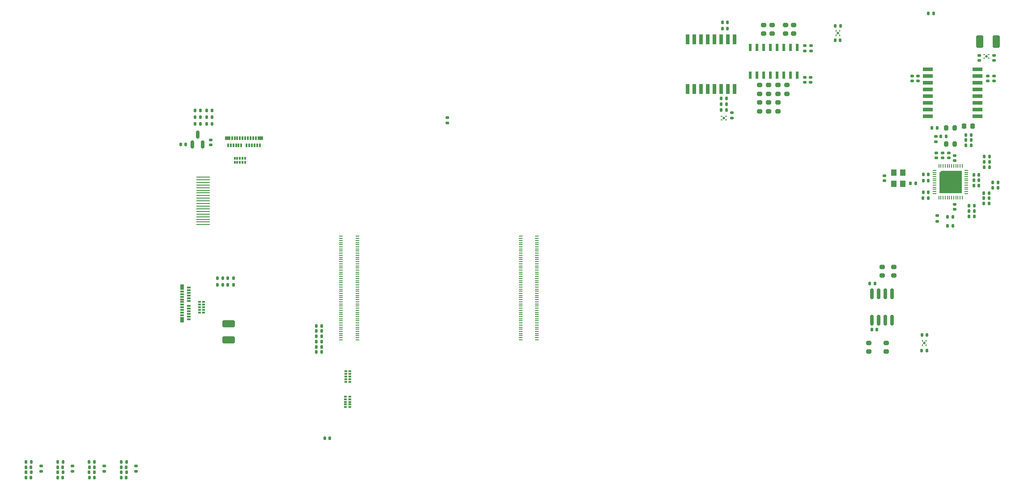
<source format=gbr>
%TF.GenerationSoftware,KiCad,Pcbnew,(7.0.0)*%
%TF.CreationDate,2023-02-14T07:36:11+09:00*%
%TF.ProjectId,audio,61756469-6f2e-46b6-9963-61645f706362,rev?*%
%TF.SameCoordinates,Original*%
%TF.FileFunction,Paste,Top*%
%TF.FilePolarity,Positive*%
%FSLAX46Y46*%
G04 Gerber Fmt 4.6, Leading zero omitted, Abs format (unit mm)*
G04 Created by KiCad (PCBNEW (7.0.0)) date 2023-02-14 07:36:11*
%MOMM*%
%LPD*%
G01*
G04 APERTURE LIST*
G04 Aperture macros list*
%AMRoundRect*
0 Rectangle with rounded corners*
0 $1 Rounding radius*
0 $2 $3 $4 $5 $6 $7 $8 $9 X,Y pos of 4 corners*
0 Add a 4 corners polygon primitive as box body*
4,1,4,$2,$3,$4,$5,$6,$7,$8,$9,$2,$3,0*
0 Add four circle primitives for the rounded corners*
1,1,$1+$1,$2,$3*
1,1,$1+$1,$4,$5*
1,1,$1+$1,$6,$7*
1,1,$1+$1,$8,$9*
0 Add four rect primitives between the rounded corners*
20,1,$1+$1,$2,$3,$4,$5,0*
20,1,$1+$1,$4,$5,$6,$7,0*
20,1,$1+$1,$6,$7,$8,$9,0*
20,1,$1+$1,$8,$9,$2,$3,0*%
%AMOutline5P*
0 Free polygon, 5 corners , with rotation*
0 The origin of the aperture is its center*
0 number of corners: always 5*
0 $1 to $10 corner X, Y*
0 $11 Rotation angle, in degrees counterclockwise*
0 create outline with 5 corners*
4,1,5,$1,$2,$3,$4,$5,$6,$7,$8,$9,$10,$1,$2,$11*%
%AMOutline6P*
0 Free polygon, 6 corners , with rotation*
0 The origin of the aperture is its center*
0 number of corners: always 6*
0 $1 to $12 corner X, Y*
0 $13 Rotation angle, in degrees counterclockwise*
0 create outline with 6 corners*
4,1,6,$1,$2,$3,$4,$5,$6,$7,$8,$9,$10,$11,$12,$1,$2,$13*%
%AMOutline7P*
0 Free polygon, 7 corners , with rotation*
0 The origin of the aperture is its center*
0 number of corners: always 7*
0 $1 to $14 corner X, Y*
0 $15 Rotation angle, in degrees counterclockwise*
0 create outline with 7 corners*
4,1,7,$1,$2,$3,$4,$5,$6,$7,$8,$9,$10,$11,$12,$13,$14,$1,$2,$15*%
%AMOutline8P*
0 Free polygon, 8 corners , with rotation*
0 The origin of the aperture is its center*
0 number of corners: always 8*
0 $1 to $16 corner X, Y*
0 $17 Rotation angle, in degrees counterclockwise*
0 create outline with 8 corners*
4,1,8,$1,$2,$3,$4,$5,$6,$7,$8,$9,$10,$11,$12,$13,$14,$15,$16,$1,$2,$17*%
G04 Aperture macros list end*
%ADD10RoundRect,0.135000X0.135000X0.185000X-0.135000X0.185000X-0.135000X-0.185000X0.135000X-0.185000X0*%
%ADD11RoundRect,0.140000X-0.140000X-0.170000X0.140000X-0.170000X0.140000X0.170000X-0.140000X0.170000X0*%
%ADD12RoundRect,0.140000X-0.170000X0.140000X-0.170000X-0.140000X0.170000X-0.140000X0.170000X0.140000X0*%
%ADD13RoundRect,0.200000X0.275000X-0.200000X0.275000X0.200000X-0.275000X0.200000X-0.275000X-0.200000X0*%
%ADD14RoundRect,0.140000X0.140000X0.170000X-0.140000X0.170000X-0.140000X-0.170000X0.140000X-0.170000X0*%
%ADD15RoundRect,0.200000X-0.275000X0.200000X-0.275000X-0.200000X0.275000X-0.200000X0.275000X0.200000X0*%
%ADD16Outline5P,-0.125000X0.200000X0.000000X0.200000X0.125000X0.075000X0.125000X-0.200000X-0.125000X-0.200000X90.000000*%
%ADD17Outline5P,-0.125000X0.075000X0.000000X0.200000X0.125000X0.200000X0.125000X-0.200000X-0.125000X-0.200000X90.000000*%
%ADD18Outline5P,-0.125000X0.200000X0.125000X0.200000X0.125000X-0.200000X0.000000X-0.200000X-0.125000X-0.075000X90.000000*%
%ADD19Outline5P,-0.125000X0.200000X0.125000X0.200000X0.125000X-0.075000X0.000000X-0.200000X-0.125000X-0.200000X90.000000*%
%ADD20Outline5P,-0.200000X0.200000X0.200000X0.200000X0.200000X-0.200000X-0.120000X-0.200000X-0.200000X-0.120000X135.000000*%
%ADD21RoundRect,0.150000X0.150000X-0.587500X0.150000X0.587500X-0.150000X0.587500X-0.150000X-0.587500X0*%
%ADD22RoundRect,0.135000X-0.135000X-0.185000X0.135000X-0.185000X0.135000X0.185000X-0.135000X0.185000X0*%
%ADD23RoundRect,0.140000X0.170000X-0.140000X0.170000X0.140000X-0.170000X0.140000X-0.170000X-0.140000X0*%
%ADD24R,0.700000X0.300000*%
%ADD25R,0.700000X1.000000*%
%ADD26RoundRect,0.250000X0.925000X-0.412500X0.925000X0.412500X-0.925000X0.412500X-0.925000X-0.412500X0*%
%ADD27R,0.700000X0.200000*%
%ADD28R,0.550000X0.300000*%
%ADD29R,0.550000X0.400000*%
%ADD30Outline5P,-0.125000X0.200000X0.000000X0.200000X0.125000X0.075000X0.125000X-0.200000X-0.125000X-0.200000X0.000000*%
%ADD31Outline5P,-0.125000X0.075000X0.000000X0.200000X0.125000X0.200000X0.125000X-0.200000X-0.125000X-0.200000X0.000000*%
%ADD32Outline5P,-0.125000X0.200000X0.125000X0.200000X0.125000X-0.200000X0.000000X-0.200000X-0.125000X-0.075000X0.000000*%
%ADD33Outline5P,-0.125000X0.200000X0.125000X0.200000X0.125000X-0.075000X0.000000X-0.200000X-0.125000X-0.200000X0.000000*%
%ADD34Outline5P,-0.200000X0.200000X0.200000X0.200000X0.200000X-0.200000X-0.120000X-0.200000X-0.200000X-0.120000X45.000000*%
%ADD35RoundRect,0.200000X0.200000X0.275000X-0.200000X0.275000X-0.200000X-0.275000X0.200000X-0.275000X0*%
%ADD36RoundRect,0.250000X-0.412500X-0.925000X0.412500X-0.925000X0.412500X0.925000X-0.412500X0.925000X0*%
%ADD37Outline5P,-0.125000X0.200000X0.000000X0.200000X0.125000X0.075000X0.125000X-0.200000X-0.125000X-0.200000X270.000000*%
%ADD38Outline5P,-0.125000X0.075000X0.000000X0.200000X0.125000X0.200000X0.125000X-0.200000X-0.125000X-0.200000X270.000000*%
%ADD39Outline5P,-0.125000X0.200000X0.125000X0.200000X0.125000X-0.200000X0.000000X-0.200000X-0.125000X-0.075000X270.000000*%
%ADD40Outline5P,-0.125000X0.200000X0.125000X0.200000X0.125000X-0.075000X0.000000X-0.200000X-0.125000X-0.200000X270.000000*%
%ADD41Outline5P,-0.200000X0.200000X0.200000X0.200000X0.200000X-0.200000X-0.120000X-0.200000X-0.200000X-0.120000X315.000000*%
%ADD42R,0.300000X0.550000*%
%ADD43R,0.400000X0.550000*%
%ADD44RoundRect,0.135000X-0.185000X0.135000X-0.185000X-0.135000X0.185000X-0.135000X0.185000X0.135000X0*%
%ADD45Outline5P,-0.125000X0.200000X0.000000X0.200000X0.125000X0.075000X0.125000X-0.200000X-0.125000X-0.200000X180.000000*%
%ADD46Outline5P,-0.125000X0.075000X0.000000X0.200000X0.125000X0.200000X0.125000X-0.200000X-0.125000X-0.200000X180.000000*%
%ADD47Outline5P,-0.125000X0.200000X0.125000X0.200000X0.125000X-0.200000X0.000000X-0.200000X-0.125000X-0.075000X180.000000*%
%ADD48Outline5P,-0.125000X0.200000X0.125000X0.200000X0.125000X-0.075000X0.000000X-0.200000X-0.125000X-0.200000X180.000000*%
%ADD49Outline5P,-0.200000X0.200000X0.200000X0.200000X0.200000X-0.200000X-0.120000X-0.200000X-0.200000X-0.120000X225.000000*%
%ADD50RoundRect,0.225000X0.225000X0.250000X-0.225000X0.250000X-0.225000X-0.250000X0.225000X-0.250000X0*%
%ADD51RoundRect,0.135000X0.185000X-0.135000X0.185000X0.135000X-0.185000X0.135000X-0.185000X-0.135000X0*%
%ADD52RoundRect,0.150000X0.150000X-0.825000X0.150000X0.825000X-0.150000X0.825000X-0.150000X-0.825000X0*%
%ADD53R,2.600000X0.280000*%
%ADD54R,0.558000X1.391399*%
%ADD55R,0.800000X0.200000*%
%ADD56R,0.200000X0.800000*%
%ADD57Outline5P,-2.100000X1.750000X-1.750000X2.100000X2.100000X2.100000X2.100000X-2.100000X-2.100000X-2.100000X0.000000*%
%ADD58RoundRect,0.200000X-0.200000X-0.275000X0.200000X-0.275000X0.200000X0.275000X-0.200000X0.275000X0*%
%ADD59R,1.925000X0.650000*%
%ADD60R,0.300000X0.700000*%
%ADD61R,1.000000X0.700000*%
%ADD62R,1.100000X1.300000*%
%ADD63R,0.650000X1.925000*%
G04 APERTURE END LIST*
D10*
%TO.C,R63*%
X-22490000Y-69500000D03*
X-23510000Y-69500000D03*
%TD*%
%TO.C,R62*%
X-22490000Y-67500000D03*
X-23510000Y-67500000D03*
%TD*%
%TO.C,R61*%
X-16490000Y-69500000D03*
X-17510000Y-69500000D03*
%TD*%
%TO.C,R60*%
X-16490000Y-67500000D03*
X-17510000Y-67500000D03*
%TD*%
%TO.C,R59*%
X-10490000Y-69500000D03*
X-11510000Y-69500000D03*
%TD*%
%TO.C,R58*%
X-10490000Y-67500000D03*
X-11510000Y-67500000D03*
%TD*%
D11*
%TO.C,C14*%
X-23480000Y-70500000D03*
X-22520000Y-70500000D03*
%TD*%
D12*
%TO.C,C13*%
X-20640000Y-68320000D03*
X-20640000Y-69280000D03*
%TD*%
D11*
%TO.C,C12*%
X-23480000Y-68500000D03*
X-22520000Y-68500000D03*
%TD*%
%TO.C,C11*%
X-17480000Y-70500000D03*
X-16520000Y-70500000D03*
%TD*%
D12*
%TO.C,C10*%
X-14640000Y-68320000D03*
X-14640000Y-69280000D03*
%TD*%
D11*
%TO.C,C9*%
X-17480000Y-68500000D03*
X-16520000Y-68500000D03*
%TD*%
%TO.C,C8*%
X-11480000Y-70500000D03*
X-10520000Y-70500000D03*
%TD*%
D12*
%TO.C,C7*%
X-8640000Y-68320000D03*
X-8640000Y-69280000D03*
%TD*%
D11*
%TO.C,C6*%
X-11480000Y-68500000D03*
X-10520000Y-68500000D03*
%TD*%
D10*
%TO.C,R57*%
X155410000Y-7600000D03*
X154390000Y-7600000D03*
%TD*%
%TO.C,R56*%
X158910000Y-11700000D03*
X157890000Y-11700000D03*
%TD*%
%TO.C,R55*%
X158810000Y-18600000D03*
X157790000Y-18600000D03*
%TD*%
%TO.C,R54*%
X156010000Y-21000000D03*
X154990000Y-21000000D03*
%TD*%
%TO.C,R41*%
X155410000Y-5600000D03*
X154390000Y-5600000D03*
%TD*%
%TO.C,R40*%
X155410000Y-6600000D03*
X154390000Y-6600000D03*
%TD*%
%TO.C,R39*%
X158910000Y-9700000D03*
X157890000Y-9700000D03*
%TD*%
%TO.C,R38*%
X158910000Y-10700000D03*
X157890000Y-10700000D03*
%TD*%
%TO.C,R37*%
X158810000Y-16600000D03*
X157790000Y-16600000D03*
%TD*%
%TO.C,R9*%
X158810000Y-17600000D03*
X157790000Y-17600000D03*
%TD*%
%TO.C,R8*%
X156010000Y-19000000D03*
X154990000Y-19000000D03*
%TD*%
%TO.C,R7*%
X156010000Y-20000000D03*
X154990000Y-20000000D03*
%TD*%
D13*
%TO.C,R53*%
X115400000Y2175000D03*
X115400000Y3825000D03*
%TD*%
D11*
%TO.C,C62*%
X136620000Y-42500000D03*
X137580000Y-42500000D03*
%TD*%
D14*
%TO.C,C78*%
X147037500Y-43510000D03*
X146077500Y-43510000D03*
%TD*%
D15*
%TO.C,R43*%
X120300000Y15225000D03*
X120300000Y13575000D03*
%TD*%
D11*
%TO.C,C51*%
X159520000Y-15600000D03*
X160480000Y-15600000D03*
%TD*%
%TO.C,C57*%
X155920000Y-13180000D03*
X156880000Y-13180000D03*
%TD*%
D16*
%TO.C,U12*%
X109029999Y-2709999D03*
D17*
X109029999Y-2059999D03*
D18*
X108129999Y-2059999D03*
D19*
X108129999Y-2709999D03*
D20*
X108579999Y-2384999D03*
%TD*%
D21*
%TO.C,U1*%
X8050000Y-7437500D03*
X9950000Y-7437500D03*
X9000000Y-5562500D03*
%TD*%
D22*
%TO.C,R33*%
X150890000Y-21100000D03*
X151910000Y-21100000D03*
%TD*%
D23*
%TO.C,C2*%
X11500000Y-7480000D03*
X11500000Y-6520000D03*
%TD*%
D12*
%TO.C,C4*%
X-2620000Y-68320000D03*
X-2620000Y-69280000D03*
%TD*%
D13*
%TO.C,R49*%
X140800000Y-32225000D03*
X140800000Y-30575000D03*
%TD*%
D23*
%TO.C,C68*%
X144200000Y4620000D03*
X144200000Y5580000D03*
%TD*%
D24*
%TO.C,J5*%
X7369999Y-34499999D03*
X7369999Y-34999999D03*
X7369999Y-35499999D03*
X7369999Y-35999999D03*
X7369999Y-36499999D03*
X7369999Y-36999999D03*
X7369999Y-37999999D03*
X7369999Y-38499999D03*
X7369999Y-38999999D03*
X7369999Y-39499999D03*
X7369999Y-39999999D03*
X7369999Y-40499999D03*
D25*
X6069999Y-40599999D03*
D24*
X6069999Y-39749999D03*
X6069999Y-39249999D03*
X6069999Y-38749999D03*
X6069999Y-38249999D03*
X6069999Y-37749999D03*
X6069999Y-37249999D03*
X6069999Y-36749999D03*
X6069999Y-36249999D03*
X6069999Y-35749999D03*
X6069999Y-35249999D03*
D25*
X6069999Y-34399999D03*
%TD*%
D22*
%TO.C,R1*%
X31490000Y-41750000D03*
X32510000Y-41750000D03*
%TD*%
D11*
%TO.C,C41*%
X108120000Y-900000D03*
X109080000Y-900000D03*
%TD*%
%TO.C,C5*%
X-5460000Y-70500000D03*
X-4500000Y-70500000D03*
%TD*%
D22*
%TO.C,R14*%
X8490000Y-3500000D03*
X9510000Y-3500000D03*
%TD*%
D26*
%TO.C,C73*%
X14900000Y-44437500D03*
X14900000Y-41362500D03*
%TD*%
D22*
%TO.C,R2*%
X31490000Y-42750000D03*
X32510000Y-42750000D03*
%TD*%
%TO.C,R35*%
X147250000Y17410000D03*
X148270000Y17410000D03*
%TD*%
D23*
%TO.C,C71*%
X158525000Y4620000D03*
X158525000Y5580000D03*
%TD*%
D27*
%TO.C,CM4_MODULE1*%
X73239999Y-44399999D03*
X70159999Y-44399999D03*
X73239999Y-43999999D03*
X70159999Y-43999999D03*
X73239999Y-43599999D03*
X70159999Y-43599999D03*
X73239999Y-43199999D03*
X70159999Y-43199999D03*
X73239999Y-42799999D03*
X70159999Y-42799999D03*
X73239999Y-42399999D03*
X70159999Y-42399999D03*
X73239999Y-41999999D03*
X70159999Y-41999999D03*
X73239999Y-41599999D03*
X70159999Y-41599999D03*
X73239999Y-41199999D03*
X70159999Y-41199999D03*
X73239999Y-40799999D03*
X70159999Y-40799999D03*
X73239999Y-40399999D03*
X70159999Y-40399999D03*
X73239999Y-39999999D03*
X70159999Y-39999999D03*
X73239999Y-39599999D03*
X70159999Y-39599999D03*
X73239999Y-39199999D03*
X70159999Y-39199999D03*
X73239999Y-38799999D03*
X70159999Y-38799999D03*
X73239999Y-38399999D03*
X70159999Y-38399999D03*
X73239999Y-37999999D03*
X70159999Y-37999999D03*
X73239999Y-37599999D03*
X70159999Y-37599999D03*
X73239999Y-37199999D03*
X70159999Y-37199999D03*
X73239999Y-36799999D03*
X70159999Y-36799999D03*
X73239999Y-36399999D03*
X70159999Y-36399999D03*
X73239999Y-35999999D03*
X70159999Y-35999999D03*
X73239999Y-35599999D03*
X70159999Y-35599999D03*
X73239999Y-35199999D03*
X70159999Y-35199999D03*
X73239999Y-34799999D03*
X70159999Y-34799999D03*
X73239999Y-34399999D03*
X70159999Y-34399999D03*
X73239999Y-33999999D03*
X70159999Y-33999999D03*
X73239999Y-33599999D03*
X70159999Y-33599999D03*
X73239999Y-33199999D03*
X70159999Y-33199999D03*
X73239999Y-32799999D03*
X70159999Y-32799999D03*
X73239999Y-32399999D03*
X70159999Y-32399999D03*
X73239999Y-31999999D03*
X70159999Y-31999999D03*
X73239999Y-31599999D03*
X70159999Y-31599999D03*
X73239999Y-31199999D03*
X70159999Y-31199999D03*
X73239999Y-30799999D03*
X70159999Y-30799999D03*
X73239999Y-30399999D03*
X70159999Y-30399999D03*
X73239999Y-29999999D03*
X70159999Y-29999999D03*
X73239999Y-29599999D03*
X70159999Y-29599999D03*
X73239999Y-29199999D03*
X70159999Y-29199999D03*
X73239999Y-28799999D03*
X70159999Y-28799999D03*
X73239999Y-28399999D03*
X70159999Y-28399999D03*
X73239999Y-27999999D03*
X70159999Y-27999999D03*
X73239999Y-27599999D03*
X70159999Y-27599999D03*
X73239999Y-27199999D03*
X70159999Y-27199999D03*
X73239999Y-26799999D03*
X70159999Y-26799999D03*
X73239999Y-26399999D03*
X70159999Y-26399999D03*
X73239999Y-25999999D03*
X70159999Y-25999999D03*
X73239999Y-25599999D03*
X70159999Y-25599999D03*
X73239999Y-25199999D03*
X70159999Y-25199999D03*
X73239999Y-24799999D03*
X70159999Y-24799999D03*
X39239999Y-44399999D03*
X36159999Y-44399999D03*
X39239999Y-43999999D03*
X36159999Y-43999999D03*
X39239999Y-43599999D03*
X36159999Y-43599999D03*
X39239999Y-43199999D03*
X36159999Y-43199999D03*
X39239999Y-42799999D03*
X36159999Y-42799999D03*
X39239999Y-42399999D03*
X36159999Y-42399999D03*
X39239999Y-41999999D03*
X36159999Y-41999999D03*
X39239999Y-41599999D03*
X36159999Y-41599999D03*
X39239999Y-41199999D03*
X36159999Y-41199999D03*
X39239999Y-40799999D03*
X36159999Y-40799999D03*
X39239999Y-40399999D03*
X36159999Y-40399999D03*
X39239999Y-39999999D03*
X36159999Y-39999999D03*
X39239999Y-39599999D03*
X36159999Y-39599999D03*
X39239999Y-39199999D03*
X36159999Y-39199999D03*
X39239999Y-38799999D03*
X36159999Y-38799999D03*
X39239999Y-38399999D03*
X36159999Y-38399999D03*
X39239999Y-37999999D03*
X36159999Y-37999999D03*
X39239999Y-37599999D03*
X36159999Y-37599999D03*
X39239999Y-37199999D03*
X36159999Y-37199999D03*
X39239999Y-36799999D03*
X36159999Y-36799999D03*
X39239999Y-36399999D03*
X36159999Y-36399999D03*
X39239999Y-35999999D03*
X36159999Y-35999999D03*
X39239999Y-35599999D03*
X36159999Y-35599999D03*
X39239999Y-35199999D03*
X36159999Y-35199999D03*
X39239999Y-34799999D03*
X36159999Y-34799999D03*
X39239999Y-34399999D03*
X36159999Y-34399999D03*
X39239999Y-33999999D03*
X36159999Y-33999999D03*
X39239999Y-33599999D03*
X36159999Y-33599999D03*
X39239999Y-33199999D03*
X36159999Y-33199999D03*
X39239999Y-32799999D03*
X36159999Y-32799999D03*
X39239999Y-32399999D03*
X36159999Y-32399999D03*
X39239999Y-31999999D03*
X36159999Y-31999999D03*
X39239999Y-31599999D03*
X36159999Y-31599999D03*
X39239999Y-31199999D03*
X36159999Y-31199999D03*
X39239999Y-30799999D03*
X36159999Y-30799999D03*
X39239999Y-30399999D03*
X36159999Y-30399999D03*
X39239999Y-29999999D03*
X36159999Y-29999999D03*
X39239999Y-29599999D03*
X36159999Y-29599999D03*
X39239999Y-29199999D03*
X36159999Y-29199999D03*
X39239999Y-28799999D03*
X36159999Y-28799999D03*
X39239999Y-28399999D03*
X36159999Y-28399999D03*
X39239999Y-27999999D03*
X36159999Y-27999999D03*
X39239999Y-27599999D03*
X36159999Y-27599999D03*
X39239999Y-27199999D03*
X36159999Y-27199999D03*
X39239999Y-26799999D03*
X36159999Y-26799999D03*
X39239999Y-26399999D03*
X36159999Y-26399999D03*
X39239999Y-25999999D03*
X36159999Y-25999999D03*
X39239999Y-25599999D03*
X36159999Y-25599999D03*
X39239999Y-25199999D03*
X36159999Y-25199999D03*
X39239999Y-24799999D03*
X36159999Y-24799999D03*
%TD*%
D28*
%TO.C,U5*%
X37774999Y-57139999D03*
X37774999Y-56639999D03*
D29*
X37774999Y-56139999D03*
D28*
X37774999Y-55639999D03*
X37774999Y-55139999D03*
X37004999Y-55139999D03*
X37004999Y-55639999D03*
D29*
X37004999Y-56139999D03*
D28*
X37004999Y-56639999D03*
X37004999Y-57139999D03*
%TD*%
%TO.C,U3*%
X9364999Y-37249999D03*
X9364999Y-37749999D03*
D29*
X9364999Y-38249999D03*
D28*
X9364999Y-38749999D03*
X9364999Y-39249999D03*
X10134999Y-39249999D03*
X10134999Y-38749999D03*
D29*
X10134999Y-38249999D03*
D28*
X10134999Y-37749999D03*
X10134999Y-37249999D03*
%TD*%
D12*
%TO.C,C54*%
X152300000Y-18720000D03*
X152300000Y-19680000D03*
%TD*%
D22*
%TO.C,R4*%
X31490000Y-44750000D03*
X32510000Y-44750000D03*
%TD*%
D11*
%TO.C,C3*%
X-5460000Y-68500000D03*
X-4500000Y-68500000D03*
%TD*%
D14*
%TO.C,C46*%
X147280000Y-13100000D03*
X146320000Y-13100000D03*
%TD*%
D11*
%TO.C,C76*%
X129680000Y12280000D03*
X130640000Y12280000D03*
%TD*%
D13*
%TO.C,R48*%
X138600000Y-32225000D03*
X138600000Y-30575000D03*
%TD*%
D30*
%TO.C,U13*%
X129854999Y13229999D03*
D31*
X130504999Y13229999D03*
D32*
X130504999Y14129999D03*
D33*
X129854999Y14129999D03*
D34*
X130179999Y13679999D03*
%TD*%
D23*
%TO.C,C45*%
X151200000Y-9980000D03*
X151200000Y-9020000D03*
%TD*%
D35*
%TO.C,R25*%
X152325000Y-7300000D03*
X150675000Y-7300000D03*
%TD*%
D22*
%TO.C,R11*%
X31490000Y-45750000D03*
X32510000Y-45750000D03*
%TD*%
%TO.C,R27*%
X143920000Y-14790000D03*
X144940000Y-14790000D03*
%TD*%
D14*
%TO.C,C1*%
X6780000Y-7400000D03*
X5820000Y-7400000D03*
%TD*%
D15*
%TO.C,R44*%
X117700000Y15225000D03*
X117700000Y13575000D03*
%TD*%
D28*
%TO.C,U6*%
X37799999Y-52329999D03*
X37799999Y-51829999D03*
D29*
X37799999Y-51329999D03*
D28*
X37799999Y-50829999D03*
X37799999Y-50329999D03*
X37029999Y-50329999D03*
X37029999Y-50829999D03*
D29*
X37029999Y-51329999D03*
D28*
X37029999Y-51829999D03*
X37029999Y-52329999D03*
%TD*%
D23*
%TO.C,C44*%
X148800000Y-9980000D03*
X148800000Y-9020000D03*
%TD*%
D22*
%TO.C,R21*%
X14740000Y-34010000D03*
X15760000Y-34010000D03*
%TD*%
D36*
%TO.C,C82*%
X157062500Y12100000D03*
X160137500Y12100000D03*
%TD*%
D22*
%TO.C,R18*%
X10740000Y-1000000D03*
X11760000Y-1000000D03*
%TD*%
D12*
%TO.C,C58*%
X125100000Y11280000D03*
X125100000Y10320000D03*
%TD*%
D11*
%TO.C,C63*%
X108120000Y1300000D03*
X109080000Y1300000D03*
%TD*%
D15*
%TO.C,R46*%
X136000000Y-44975000D03*
X136000000Y-46625000D03*
%TD*%
D13*
%TO.C,R51*%
X117100000Y2175000D03*
X117100000Y3825000D03*
%TD*%
D14*
%TO.C,C77*%
X147007500Y-46420000D03*
X146047500Y-46420000D03*
%TD*%
%TO.C,C65*%
X137180000Y-33700000D03*
X136220000Y-33700000D03*
%TD*%
D22*
%TO.C,R20*%
X12740000Y-32760000D03*
X13760000Y-32760000D03*
%TD*%
D37*
%TO.C,U11*%
X157849999Y9624999D03*
D38*
X157849999Y8974999D03*
D39*
X158749999Y8974999D03*
D40*
X158749999Y9624999D03*
D41*
X158299999Y9299999D03*
%TD*%
D42*
%TO.C,U7*%
X16019999Y-10794999D03*
X16519999Y-10794999D03*
D43*
X17019999Y-10794999D03*
D42*
X17519999Y-10794999D03*
X18019999Y-10794999D03*
X18019999Y-10024999D03*
X17519999Y-10024999D03*
D43*
X17019999Y-10024999D03*
D42*
X16519999Y-10024999D03*
X16019999Y-10024999D03*
%TD*%
D10*
%TO.C,R24*%
X150710000Y-5900000D03*
X149690000Y-5900000D03*
%TD*%
D11*
%TO.C,C60*%
X108320000Y15700000D03*
X109280000Y15700000D03*
%TD*%
D10*
%TO.C,R12*%
X11760000Y-3500000D03*
X10740000Y-3500000D03*
%TD*%
D15*
%TO.C,R45*%
X116100000Y15225000D03*
X116100000Y13575000D03*
%TD*%
D11*
%TO.C,C53*%
X155920000Y-15200000D03*
X156880000Y-15200000D03*
%TD*%
D13*
%TO.C,R50*%
X120500000Y2175000D03*
X120500000Y3825000D03*
%TD*%
D11*
%TO.C,C61*%
X108320000Y14500000D03*
X109280000Y14500000D03*
%TD*%
D10*
%TO.C,R22*%
X15760000Y-32760000D03*
X14740000Y-32760000D03*
%TD*%
D22*
%TO.C,R13*%
X10740000Y-2250000D03*
X11760000Y-2250000D03*
%TD*%
D44*
%TO.C,R31*%
X148700000Y-5890000D03*
X148700000Y-6910000D03*
%TD*%
D12*
%TO.C,C66*%
X125000000Y5280000D03*
X125000000Y4320000D03*
%TD*%
D10*
%TO.C,R6*%
X-4470000Y-69500000D03*
X-5490000Y-69500000D03*
%TD*%
D45*
%TO.C,U14*%
X146857499Y-44539999D03*
D46*
X146207499Y-44539999D03*
D47*
X146207499Y-45439999D03*
D48*
X146857499Y-45439999D03*
D49*
X146532499Y-44989999D03*
%TD*%
D14*
%TO.C,C47*%
X147280000Y-16500000D03*
X146320000Y-16500000D03*
%TD*%
D50*
%TO.C,C103*%
X155650000Y-3900000D03*
X154100000Y-3900000D03*
%TD*%
D12*
%TO.C,C50*%
X159700000Y9480000D03*
X159700000Y8520000D03*
%TD*%
D51*
%TO.C,R26*%
X149020000Y-21930000D03*
X149020000Y-20910000D03*
%TD*%
D10*
%TO.C,R23*%
X149010000Y-4300000D03*
X147990000Y-4300000D03*
%TD*%
D15*
%TO.C,R42*%
X121800000Y15225000D03*
X121800000Y13575000D03*
%TD*%
D22*
%TO.C,R34*%
X150890000Y-22800000D03*
X151910000Y-22800000D03*
%TD*%
D13*
%TO.C,R52*%
X118800000Y2175000D03*
X118800000Y3825000D03*
%TD*%
D23*
%TO.C,C59*%
X123900000Y10320000D03*
X123900000Y11280000D03*
%TD*%
D52*
%TO.C,U2*%
X136595000Y-40675000D03*
X137865000Y-40675000D03*
X139135000Y-40675000D03*
X140405000Y-40675000D03*
X140405000Y-35725000D03*
X139135000Y-35725000D03*
X137865000Y-35725000D03*
X136595000Y-35725000D03*
%TD*%
D23*
%TO.C,C55*%
X152300000Y-10480000D03*
X152300000Y-9520000D03*
%TD*%
D51*
%TO.C,R36*%
X56299968Y-3341480D03*
X56299968Y-2321480D03*
%TD*%
D11*
%TO.C,C52*%
X159520000Y-14600000D03*
X160480000Y-14600000D03*
%TD*%
D53*
%TO.C,J1*%
X10028499Y-22592499D03*
X10028499Y-22092499D03*
X10028499Y-21592499D03*
X10028499Y-21092499D03*
X10028499Y-20592499D03*
X10028499Y-20092499D03*
X10028499Y-19592499D03*
X10028499Y-19092499D03*
X10028499Y-18592499D03*
X10028499Y-18092499D03*
X10028499Y-17592499D03*
X10028499Y-17092499D03*
X10028499Y-16592499D03*
X10028499Y-16092499D03*
X10028499Y-15592499D03*
X10028499Y-15092499D03*
X10028499Y-14592499D03*
X10028499Y-14092499D03*
X10028499Y-13592499D03*
%TD*%
D54*
%TO.C,U9*%
X122444999Y11004619D03*
X121174999Y11004619D03*
X119904999Y11004619D03*
X118634999Y11004619D03*
X117364999Y11004619D03*
X116094999Y11004619D03*
X114824999Y11004619D03*
X113554999Y11004619D03*
X113554999Y5701623D03*
X114824999Y5701623D03*
X116094999Y5701623D03*
X117364999Y5701623D03*
X118634999Y5701623D03*
X119904999Y5701623D03*
X121174999Y5701623D03*
X122444999Y5701623D03*
%TD*%
D55*
%TO.C,U10*%
X148499999Y-12299999D03*
X148499999Y-12699999D03*
X148499999Y-13099999D03*
X148499999Y-13499999D03*
X148499999Y-13899999D03*
X148499999Y-14299999D03*
X148499999Y-14699999D03*
X148499999Y-15099999D03*
X148499999Y-15499999D03*
X148499999Y-15899999D03*
X148499999Y-16299999D03*
X148499999Y-16699999D03*
D56*
X149299999Y-17499999D03*
X149699999Y-17499999D03*
X150099999Y-17499999D03*
X150499999Y-17499999D03*
X150899999Y-17499999D03*
X151299999Y-17499999D03*
X151699999Y-17499999D03*
X152099999Y-17499999D03*
X152499999Y-17499999D03*
X152899999Y-17499999D03*
X153299999Y-17499999D03*
X153699999Y-17499999D03*
D55*
X154499999Y-16699999D03*
X154499999Y-16299999D03*
X154499999Y-15899999D03*
X154499999Y-15499999D03*
X154499999Y-15099999D03*
X154499999Y-14699999D03*
X154499999Y-14299999D03*
X154499999Y-13899999D03*
X154499999Y-13499999D03*
X154499999Y-13099999D03*
X154499999Y-12699999D03*
X154499999Y-12299999D03*
D56*
X153699999Y-11499999D03*
X153299999Y-11499999D03*
X152899999Y-11499999D03*
X152499999Y-11499999D03*
X152099999Y-11499999D03*
X151699999Y-11499999D03*
X151299999Y-11499999D03*
X150899999Y-11499999D03*
X150499999Y-11499999D03*
X150099999Y-11499999D03*
X149699999Y-11499999D03*
X149299999Y-11499999D03*
D57*
X151499999Y-14499999D03*
%TD*%
D10*
%TO.C,R5*%
X-4470000Y-67500000D03*
X-5490000Y-67500000D03*
%TD*%
D11*
%TO.C,C64*%
X108120000Y200000D03*
X109080000Y200000D03*
%TD*%
D58*
%TO.C,R32*%
X150675000Y-4300000D03*
X152325000Y-4300000D03*
%TD*%
D11*
%TO.C,C75*%
X129710000Y15040000D03*
X130670000Y15040000D03*
%TD*%
D23*
%TO.C,C69*%
X145300000Y4620000D03*
X145300000Y5580000D03*
%TD*%
D15*
%TO.C,R28*%
X118800000Y525000D03*
X118800000Y-1125000D03*
%TD*%
%TO.C,R29*%
X115400000Y525000D03*
X115400000Y-1125000D03*
%TD*%
D11*
%TO.C,C56*%
X155920000Y-14170000D03*
X156880000Y-14170000D03*
%TD*%
D23*
%TO.C,C74*%
X139020000Y-14270000D03*
X139020000Y-13310000D03*
%TD*%
D59*
%TO.C,PS2*%
X147187999Y6844999D03*
X147187999Y5574999D03*
X147187999Y4304999D03*
X147187999Y3034999D03*
X147187999Y1764999D03*
X147187999Y494999D03*
X147187999Y-774999D03*
X147187999Y-2044999D03*
X156611999Y-2044999D03*
X156611999Y-774999D03*
X156611999Y494999D03*
X156611999Y1764999D03*
X156611999Y3034999D03*
X156611999Y4304999D03*
X156611999Y5574999D03*
X156611999Y6844999D03*
%TD*%
D11*
%TO.C,C39*%
X33040000Y-63000000D03*
X34000000Y-63000000D03*
%TD*%
D22*
%TO.C,R17*%
X146290000Y-17600000D03*
X147310000Y-17600000D03*
%TD*%
D10*
%TO.C,R19*%
X13760000Y-34010000D03*
X12740000Y-34010000D03*
%TD*%
D23*
%TO.C,C67*%
X123900000Y4320000D03*
X123900000Y5280000D03*
%TD*%
D60*
%TO.C,J4*%
X20769999Y-7539999D03*
X20269999Y-7539999D03*
X19769999Y-7539999D03*
X19269999Y-7539999D03*
X18769999Y-7539999D03*
X18269999Y-7539999D03*
X17269999Y-7539999D03*
X16769999Y-7539999D03*
X16269999Y-7539999D03*
X15769999Y-7539999D03*
X15269999Y-7539999D03*
X14769999Y-7539999D03*
D61*
X14669999Y-6239999D03*
D60*
X15519999Y-6239999D03*
X16019999Y-6239999D03*
X16519999Y-6239999D03*
X17019999Y-6239999D03*
X17519999Y-6239999D03*
X18019999Y-6239999D03*
X18519999Y-6239999D03*
X19019999Y-6239999D03*
X19519999Y-6239999D03*
X20019999Y-6239999D03*
D61*
X20869999Y-6239999D03*
%TD*%
D15*
%TO.C,R30*%
X117100000Y525000D03*
X117100000Y-1125000D03*
%TD*%
D23*
%TO.C,C43*%
X150000000Y-9980000D03*
X150000000Y-9020000D03*
%TD*%
D14*
%TO.C,C48*%
X147280000Y-14300000D03*
X146320000Y-14300000D03*
%TD*%
D10*
%TO.C,R15*%
X9510000Y-2250000D03*
X8490000Y-2250000D03*
%TD*%
D62*
%TO.C,X1*%
X140794999Y-12739999D03*
X140794999Y-14839999D03*
X142444999Y-14839999D03*
X142444999Y-12739999D03*
%TD*%
D12*
%TO.C,C49*%
X156900000Y9460000D03*
X156900000Y8500000D03*
%TD*%
D23*
%TO.C,C42*%
X110100000Y-2380000D03*
X110100000Y-1420000D03*
%TD*%
D22*
%TO.C,R16*%
X8490000Y-1000000D03*
X9510000Y-1000000D03*
%TD*%
%TO.C,R3*%
X31490000Y-43750000D03*
X32510000Y-43750000D03*
%TD*%
D63*
%TO.C,PS1*%
X110644999Y12511999D03*
X109374999Y12511999D03*
X108104999Y12511999D03*
X106834999Y12511999D03*
X105564999Y12511999D03*
X104294999Y12511999D03*
X103024999Y12511999D03*
X101754999Y12511999D03*
X101754999Y3087999D03*
X103024999Y3087999D03*
X104294999Y3087999D03*
X105564999Y3087999D03*
X106834999Y3087999D03*
X108104999Y3087999D03*
X109374999Y3087999D03*
X110644999Y3087999D03*
%TD*%
D22*
%TO.C,R10*%
X31490000Y-46700000D03*
X32510000Y-46700000D03*
%TD*%
D23*
%TO.C,C70*%
X159700000Y4620000D03*
X159700000Y5580000D03*
%TD*%
D15*
%TO.C,R47*%
X139300000Y-44975000D03*
X139300000Y-46625000D03*
%TD*%
M02*

</source>
